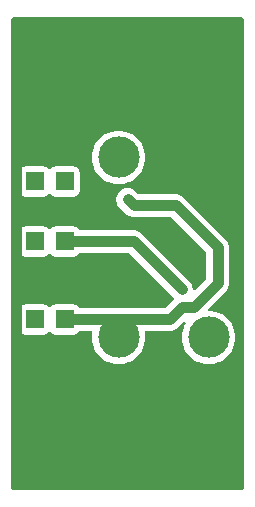
<source format=gbr>
%TF.GenerationSoftware,KiCad,Pcbnew,7.0.7-7.0.7~ubuntu23.04.1*%
%TF.CreationDate,2023-09-17T08:07:36+00:00*%
%TF.ProjectId,CLKGEN02,434c4b47-454e-4303-922e-6b696361645f,rev?*%
%TF.SameCoordinates,Original*%
%TF.FileFunction,Copper,L1,Top*%
%TF.FilePolarity,Positive*%
%FSLAX46Y46*%
G04 Gerber Fmt 4.6, Leading zero omitted, Abs format (unit mm)*
G04 Created by KiCad (PCBNEW 7.0.7-7.0.7~ubuntu23.04.1) date 2023-09-17 08:07:36*
%MOMM*%
%LPD*%
G01*
G04 APERTURE LIST*
%TA.AperFunction,ComponentPad*%
%ADD10R,1.524000X1.524000*%
%TD*%
%TA.AperFunction,ComponentPad*%
%ADD11C,6.000000*%
%TD*%
%TA.AperFunction,ComponentPad*%
%ADD12C,3.500000*%
%TD*%
%TA.AperFunction,ViaPad*%
%ADD13C,0.600000*%
%TD*%
%TA.AperFunction,ViaPad*%
%ADD14C,0.800000*%
%TD*%
%TA.AperFunction,Conductor*%
%ADD15C,0.900000*%
%TD*%
%TA.AperFunction,Conductor*%
%ADD16C,0.300000*%
%TD*%
G04 APERTURE END LIST*
D10*
%TO.P,J1,1*%
%TO.N,GND*%
X2286000Y17272000D03*
%TO.P,J1,2*%
X4826000Y17272000D03*
%TO.P,J1,3*%
%TO.N,VCC*%
X2286000Y14732000D03*
%TO.P,J1,4*%
X4826000Y14732000D03*
%TO.P,J1,5*%
%TO.N,GND*%
X2286000Y12192000D03*
%TO.P,J1,6*%
X4826000Y12192000D03*
%TD*%
%TO.P,J3,1*%
%TO.N,GND*%
X2286000Y28956000D03*
%TO.P,J3,2*%
X4826000Y28956000D03*
%TO.P,J3,3*%
%TO.N,/OUT*%
X2286000Y26416000D03*
%TO.P,J3,4*%
X4826000Y26416000D03*
%TO.P,J3,5*%
%TO.N,GND*%
X2286000Y23876000D03*
%TO.P,J3,6*%
X4826000Y23876000D03*
%TD*%
D11*
%TO.P,M1,1*%
%TO.N,GND*%
X5080000Y5080000D03*
%TD*%
%TO.P,M2,1*%
%TO.N,GND*%
X5080000Y35560000D03*
%TD*%
%TO.P,M3,1*%
%TO.N,GND*%
X15240000Y5080000D03*
%TD*%
%TO.P,M4,1*%
%TO.N,GND*%
X15240000Y35560000D03*
%TD*%
D12*
%TO.P,X9,1*%
%TO.N,/EN*%
X17018000Y13208000D03*
%TO.P,X9,2*%
%TO.N,GND*%
X17018000Y28448000D03*
%TO.P,X9,3*%
%TO.N,/OUT*%
X9398000Y28448000D03*
%TO.P,X9,4*%
%TO.N,VCC*%
X9398000Y13208000D03*
%TD*%
D10*
%TO.P,J2,1*%
%TO.N,/EN*%
X2286000Y21336000D03*
%TO.P,J2,2*%
X4826000Y21336000D03*
%TD*%
D13*
%TO.N,VCC*%
X17780000Y20828000D03*
D14*
X17780000Y20828000D03*
X10160000Y24892000D03*
%TO.N,GND*%
X6604000Y24384000D03*
%TO.N,/EN*%
X14732000Y17272000D03*
%TD*%
D15*
%TO.N,VCC*%
X13747648Y14732000D02*
X14763648Y15748000D01*
X17780000Y17780000D02*
X17780000Y20828000D01*
X15832009Y15832009D02*
X17780000Y17780000D01*
X4826000Y14732000D02*
X13747648Y14732000D01*
X10160000Y24892000D02*
X10668000Y24384000D01*
X15748000Y15748000D02*
X15832009Y15832009D01*
X14763648Y15748000D02*
X15748000Y15748000D01*
X14224000Y24384000D02*
X17780000Y20828000D01*
X10668000Y24384000D02*
X14224000Y24384000D01*
D16*
%TO.N,GND*%
X1016000Y19604000D02*
X2286000Y18334000D01*
X1016000Y17064000D02*
X1016000Y12400000D01*
X1016000Y23668000D02*
X1016000Y19604000D01*
X1016000Y12400000D02*
X1224000Y12192000D01*
X2286000Y17272000D02*
X1224000Y17272000D01*
X2286000Y28956000D02*
X1224000Y28956000D01*
D15*
X4826000Y23876000D02*
X6096000Y23876000D01*
D16*
X1224000Y17272000D02*
X1016000Y17064000D01*
D15*
X6096000Y23876000D02*
X6604000Y24384000D01*
D16*
X1016000Y28748000D02*
X1016000Y24084000D01*
X1016000Y24084000D02*
X1224000Y23876000D01*
X1224000Y23876000D02*
X2286000Y23876000D01*
X1224000Y23876000D02*
X1016000Y23668000D01*
X1224000Y12192000D02*
X2286000Y12192000D01*
X1224000Y28956000D02*
X1016000Y28748000D01*
X2286000Y18334000D02*
X2286000Y17272000D01*
D15*
%TO.N,/EN*%
X14732000Y17272000D02*
X10668000Y21336000D01*
X10668000Y21336000D02*
X4826000Y21336000D01*
%TD*%
%TA.AperFunction,Conductor*%
%TO.N,GND*%
G36*
X19932621Y40290498D02*
G01*
X19979114Y40236842D01*
X19990500Y40184500D01*
X19990500Y455500D01*
X19970498Y387379D01*
X19916842Y340886D01*
X19864500Y329500D01*
X455500Y329500D01*
X387379Y349502D01*
X340886Y403158D01*
X329500Y455500D01*
X329500Y13921350D01*
X1015500Y13921350D01*
X1022009Y13860803D01*
X1022011Y13860795D01*
X1073110Y13723797D01*
X1073112Y13723792D01*
X1160738Y13606738D01*
X1277792Y13519112D01*
X1277797Y13519110D01*
X1414795Y13468011D01*
X1414803Y13468009D01*
X1475350Y13461500D01*
X1475362Y13461500D01*
X3096649Y13461500D01*
X3157196Y13468009D01*
X3157204Y13468011D01*
X3294202Y13519110D01*
X3294207Y13519112D01*
X3411261Y13606739D01*
X3455133Y13665343D01*
X3511969Y13707889D01*
X3582784Y13712953D01*
X3645096Y13678928D01*
X3656867Y13665343D01*
X3700738Y13606739D01*
X3817792Y13519112D01*
X3817797Y13519110D01*
X3954795Y13468011D01*
X3954803Y13468009D01*
X4015350Y13461500D01*
X4015362Y13461500D01*
X5636649Y13461500D01*
X5697196Y13468009D01*
X5697204Y13468011D01*
X5834202Y13519110D01*
X5834207Y13519112D01*
X5951261Y13606738D01*
X6038300Y13723009D01*
X6095136Y13765556D01*
X6139168Y13773500D01*
X7054207Y13773500D01*
X7122328Y13753498D01*
X7168821Y13699842D01*
X7178925Y13629568D01*
X7177786Y13622918D01*
X7154018Y13503435D01*
X7154016Y13503421D01*
X7134654Y13208003D01*
X7134654Y13207996D01*
X7154016Y12912578D01*
X7154018Y12912564D01*
X7211776Y12622204D01*
X7211778Y12622194D01*
X7306938Y12341862D01*
X7306944Y12341848D01*
X7437883Y12076329D01*
X7602359Y11830172D01*
X7602364Y11830165D01*
X7602367Y11830162D01*
X7797573Y11607573D01*
X8020162Y11412367D01*
X8020165Y11412364D01*
X8020172Y11412359D01*
X8266329Y11247883D01*
X8531848Y11116944D01*
X8531862Y11116938D01*
X8812194Y11021778D01*
X8812201Y11021776D01*
X8812203Y11021776D01*
X8860818Y11012105D01*
X9102564Y10964018D01*
X9102578Y10964016D01*
X9397997Y10944654D01*
X9398000Y10944654D01*
X9398003Y10944654D01*
X9693421Y10964016D01*
X9693435Y10964018D01*
X9886566Y11002435D01*
X9983797Y11021776D01*
X9983799Y11021776D01*
X9983805Y11021778D01*
X10264137Y11116938D01*
X10264140Y11116939D01*
X10264145Y11116941D01*
X10283591Y11126531D01*
X10529670Y11247883D01*
X10775827Y11412359D01*
X10775830Y11412361D01*
X10775838Y11412367D01*
X10998427Y11607573D01*
X11193633Y11830162D01*
X11358115Y12076327D01*
X11489059Y12341855D01*
X11584224Y12622203D01*
X11641983Y12912574D01*
X11661346Y13208000D01*
X11641983Y13503426D01*
X11618214Y13622918D01*
X11624542Y13693632D01*
X11668096Y13749699D01*
X11735048Y13773319D01*
X11741793Y13773500D01*
X13735522Y13773500D01*
X13820805Y13771339D01*
X13820808Y13771339D01*
X13878519Y13781682D01*
X13883261Y13782347D01*
X13941580Y13788277D01*
X13941593Y13788280D01*
X13972771Y13798061D01*
X13980518Y13799963D01*
X14012689Y13805730D01*
X14067137Y13827480D01*
X14071638Y13829082D01*
X14095268Y13836497D01*
X14127586Y13846636D01*
X14127590Y13846638D01*
X14156161Y13862496D01*
X14163368Y13865919D01*
X14168241Y13867866D01*
X14193717Y13878041D01*
X14223586Y13897727D01*
X14242681Y13910311D01*
X14246770Y13912789D01*
X14253837Y13916711D01*
X14298032Y13941241D01*
X14322824Y13962523D01*
X14329195Y13967327D01*
X14349543Y13980739D01*
X14356488Y13985316D01*
X14356489Y13985317D01*
X14356493Y13985320D01*
X14377218Y14006046D01*
X14397957Y14026785D01*
X14401446Y14030019D01*
X14445945Y14068220D01*
X14465948Y14094062D01*
X14471217Y14100045D01*
X14855895Y14484723D01*
X14918207Y14518749D01*
X14989022Y14513684D01*
X15045858Y14471137D01*
X15070669Y14404617D01*
X15057996Y14339900D01*
X14926944Y14074151D01*
X14926938Y14074137D01*
X14831778Y13793805D01*
X14831776Y13793799D01*
X14831776Y13793797D01*
X14823760Y13753498D01*
X14774018Y13503435D01*
X14774016Y13503421D01*
X14754654Y13208003D01*
X14754654Y13207996D01*
X14774016Y12912578D01*
X14774018Y12912564D01*
X14831776Y12622204D01*
X14831778Y12622194D01*
X14926938Y12341862D01*
X14926944Y12341848D01*
X15057883Y12076329D01*
X15222359Y11830172D01*
X15222364Y11830165D01*
X15222367Y11830162D01*
X15417573Y11607573D01*
X15640162Y11412367D01*
X15640165Y11412364D01*
X15640172Y11412359D01*
X15886329Y11247883D01*
X16151848Y11116944D01*
X16151862Y11116938D01*
X16432194Y11021778D01*
X16432201Y11021776D01*
X16432203Y11021776D01*
X16480818Y11012105D01*
X16722564Y10964018D01*
X16722578Y10964016D01*
X17017997Y10944654D01*
X17018000Y10944654D01*
X17018003Y10944654D01*
X17313421Y10964016D01*
X17313435Y10964018D01*
X17506566Y11002435D01*
X17603797Y11021776D01*
X17603799Y11021776D01*
X17603805Y11021778D01*
X17884137Y11116938D01*
X17884140Y11116939D01*
X17884145Y11116941D01*
X17903591Y11126531D01*
X18149670Y11247883D01*
X18395827Y11412359D01*
X18395830Y11412361D01*
X18395838Y11412367D01*
X18618427Y11607573D01*
X18813633Y11830162D01*
X18978115Y12076327D01*
X19109059Y12341855D01*
X19204224Y12622203D01*
X19261983Y12912574D01*
X19281346Y13208000D01*
X19261983Y13503426D01*
X19204224Y13793797D01*
X19109059Y14074145D01*
X18978115Y14339673D01*
X18813633Y14585838D01*
X18618427Y14808427D01*
X18395838Y15003633D01*
X18149673Y15168115D01*
X17884145Y15299059D01*
X17603797Y15394224D01*
X17313426Y15451983D01*
X17116117Y15464915D01*
X17049452Y15489329D01*
X17006567Y15545911D01*
X17001081Y15616695D01*
X17034735Y15679209D01*
X17035264Y15679740D01*
X18449195Y17093671D01*
X18511020Y17152440D01*
X18544515Y17200563D01*
X18547382Y17204367D01*
X18571664Y17234146D01*
X18584448Y17249824D01*
X18591386Y17263107D01*
X18599578Y17278791D01*
X18603712Y17285615D01*
X18622383Y17312439D01*
X18645512Y17366339D01*
X18647550Y17370631D01*
X18665022Y17404078D01*
X18674702Y17422608D01*
X18674703Y17422611D01*
X18683694Y17454035D01*
X18686366Y17461538D01*
X18699259Y17491581D01*
X18711066Y17549035D01*
X18712205Y17553674D01*
X18728331Y17610029D01*
X18730812Y17642607D01*
X18731921Y17650513D01*
X18738500Y17682529D01*
X18738500Y17741163D01*
X18738682Y17745949D01*
X18743134Y17804407D01*
X18739004Y17836832D01*
X18738500Y17844788D01*
X18738500Y20815891D01*
X18740661Y20901158D01*
X18730318Y20958866D01*
X18729653Y20963609D01*
X18727617Y20983624D01*
X18723721Y21021940D01*
X18719819Y21034373D01*
X18713937Y21053123D01*
X18712033Y21060880D01*
X18706271Y21093032D01*
X18706270Y21093039D01*
X18684511Y21147510D01*
X18682920Y21151980D01*
X18665363Y21207939D01*
X18649501Y21236513D01*
X18646083Y21243710D01*
X18633957Y21274072D01*
X18601674Y21323053D01*
X18599227Y21327093D01*
X18570759Y21378384D01*
X18549468Y21403182D01*
X18544673Y21409541D01*
X18526683Y21436840D01*
X18485213Y21478308D01*
X18481982Y21481796D01*
X18479524Y21484658D01*
X18443780Y21526297D01*
X18417918Y21546314D01*
X18411958Y21551563D01*
X14910329Y25053194D01*
X14851560Y25115020D01*
X14819074Y25137630D01*
X14803432Y25148518D01*
X14799632Y25151382D01*
X14754175Y25188448D01*
X14725196Y25203584D01*
X14718392Y25207706D01*
X14691561Y25226383D01*
X14637659Y25249512D01*
X14633371Y25251549D01*
X14581389Y25278704D01*
X14549965Y25287694D01*
X14542452Y25290370D01*
X14512419Y25303259D01*
X14512415Y25303259D01*
X14512415Y25303260D01*
X14512416Y25303260D01*
X14480921Y25309731D01*
X14454973Y25315063D01*
X14450351Y25316198D01*
X14393971Y25332331D01*
X14361378Y25334813D01*
X14353495Y25335918D01*
X14321470Y25342500D01*
X14321466Y25342500D01*
X14262836Y25342500D01*
X14258054Y25342681D01*
X14199593Y25347134D01*
X14167168Y25343004D01*
X14159211Y25342500D01*
X11117214Y25342500D01*
X11049093Y25362502D01*
X11028123Y25379400D01*
X10803391Y25604133D01*
X10690175Y25696448D01*
X10517389Y25786704D01*
X10329971Y25840331D01*
X10135593Y25855134D01*
X10135585Y25855133D01*
X10135583Y25855133D01*
X9942223Y25830506D01*
X9942222Y25830505D01*
X9942216Y25830505D01*
X9757754Y25767455D01*
X9589760Y25668562D01*
X9589758Y25668560D01*
X9445114Y25537879D01*
X9445111Y25537876D01*
X9329734Y25380755D01*
X9329732Y25380752D01*
X9248343Y25203614D01*
X9204277Y25013719D01*
X9199339Y24818841D01*
X9199339Y24818840D01*
X9233731Y24626955D01*
X9306041Y24445933D01*
X9306043Y24445929D01*
X9413316Y24283160D01*
X9413318Y24283157D01*
X9981671Y23714804D01*
X10040443Y23652976D01*
X10088559Y23619485D01*
X10092380Y23616605D01*
X10137817Y23579557D01*
X10137828Y23579550D01*
X10166789Y23564422D01*
X10173613Y23560287D01*
X10200435Y23541619D01*
X10200444Y23541614D01*
X10254323Y23518492D01*
X10258646Y23516439D01*
X10310609Y23489297D01*
X10310614Y23489295D01*
X10342025Y23480307D01*
X10349541Y23477631D01*
X10379581Y23464741D01*
X10437012Y23452937D01*
X10441659Y23451797D01*
X10498032Y23435668D01*
X10530617Y23433186D01*
X10538513Y23432078D01*
X10570530Y23425500D01*
X10629164Y23425500D01*
X10633945Y23425318D01*
X10664302Y23423006D01*
X10692405Y23420866D01*
X10692407Y23420866D01*
X10692411Y23420866D01*
X10705405Y23422521D01*
X10724831Y23424995D01*
X10732789Y23425500D01*
X13774786Y23425500D01*
X13842907Y23405498D01*
X13863881Y23388595D01*
X16784595Y20467881D01*
X16818621Y20405569D01*
X16821500Y20378786D01*
X16821499Y18229213D01*
X16801497Y18161092D01*
X16784594Y18140118D01*
X15907583Y17263107D01*
X15845271Y17229081D01*
X15774456Y17234146D01*
X15717620Y17276693D01*
X15694241Y17338948D01*
X15693788Y17338867D01*
X15693346Y17341331D01*
X15692850Y17342653D01*
X15692660Y17345134D01*
X15692661Y17345157D01*
X15658270Y17537039D01*
X15585957Y17718071D01*
X15478684Y17880840D01*
X11354328Y22005195D01*
X11295560Y22067020D01*
X11263074Y22089630D01*
X11247432Y22100518D01*
X11243632Y22103382D01*
X11198175Y22140448D01*
X11169196Y22155584D01*
X11162392Y22159706D01*
X11135561Y22178383D01*
X11081659Y22201512D01*
X11077371Y22203549D01*
X11025389Y22230704D01*
X10993965Y22239694D01*
X10986452Y22242370D01*
X10956419Y22255259D01*
X10956415Y22255259D01*
X10956415Y22255260D01*
X10956416Y22255260D01*
X10924921Y22261731D01*
X10898973Y22267063D01*
X10894351Y22268198D01*
X10837971Y22284331D01*
X10805378Y22286813D01*
X10797495Y22287918D01*
X10765470Y22294500D01*
X10765466Y22294500D01*
X10706836Y22294500D01*
X10702054Y22294681D01*
X10643593Y22299134D01*
X10611168Y22295004D01*
X10603211Y22294500D01*
X6139168Y22294500D01*
X6071047Y22314502D01*
X6038300Y22344991D01*
X5951261Y22461261D01*
X5834207Y22548887D01*
X5834206Y22548887D01*
X5834204Y22548889D01*
X5697201Y22599989D01*
X5697199Y22599989D01*
X5697196Y22599990D01*
X5636649Y22606499D01*
X5636645Y22606499D01*
X5636638Y22606500D01*
X4015362Y22606500D01*
X4015355Y22606499D01*
X4015350Y22606499D01*
X3954803Y22599990D01*
X3954795Y22599988D01*
X3876875Y22570924D01*
X3817796Y22548889D01*
X3817794Y22548888D01*
X3817792Y22548887D01*
X3700738Y22461261D01*
X3656868Y22402657D01*
X3600032Y22360110D01*
X3529216Y22355046D01*
X3466904Y22389071D01*
X3455132Y22402657D01*
X3411261Y22461261D01*
X3294207Y22548887D01*
X3294206Y22548887D01*
X3294204Y22548889D01*
X3157201Y22599989D01*
X3157199Y22599989D01*
X3157196Y22599990D01*
X3096649Y22606499D01*
X3096645Y22606499D01*
X3096638Y22606500D01*
X1475362Y22606500D01*
X1475355Y22606499D01*
X1475350Y22606499D01*
X1414803Y22599990D01*
X1414795Y22599988D01*
X1336875Y22570924D01*
X1277796Y22548889D01*
X1277794Y22548888D01*
X1277792Y22548887D01*
X1160738Y22461261D01*
X1073112Y22344207D01*
X1073110Y22344202D01*
X1022011Y22207204D01*
X1022009Y22207196D01*
X1015500Y22146649D01*
X1015500Y20525350D01*
X1022009Y20464803D01*
X1022011Y20464795D01*
X1073110Y20327797D01*
X1073112Y20327792D01*
X1160738Y20210738D01*
X1277792Y20123112D01*
X1277797Y20123110D01*
X1414795Y20072011D01*
X1414803Y20072009D01*
X1475350Y20065500D01*
X1475362Y20065500D01*
X3096649Y20065500D01*
X3157196Y20072009D01*
X3157204Y20072011D01*
X3294202Y20123110D01*
X3294207Y20123112D01*
X3411261Y20210739D01*
X3455133Y20269343D01*
X3511969Y20311889D01*
X3582784Y20316953D01*
X3645096Y20282928D01*
X3656867Y20269343D01*
X3700738Y20210739D01*
X3817792Y20123112D01*
X3817797Y20123110D01*
X3954795Y20072011D01*
X3954803Y20072009D01*
X4015350Y20065500D01*
X4015362Y20065500D01*
X5636649Y20065500D01*
X5697196Y20072009D01*
X5697204Y20072011D01*
X5834202Y20123110D01*
X5834207Y20123112D01*
X5951261Y20210738D01*
X6038300Y20327009D01*
X6095136Y20369556D01*
X6139168Y20377500D01*
X10218786Y20377500D01*
X10286907Y20357498D01*
X10307881Y20340595D01*
X14061986Y16586488D01*
X14096012Y16524176D01*
X14090947Y16453360D01*
X14068489Y16417428D01*
X14069262Y16416831D01*
X14065354Y16411782D01*
X14065351Y16411780D01*
X14045341Y16385930D01*
X14040077Y16379953D01*
X13662624Y16002500D01*
X13387529Y15727405D01*
X13325217Y15693379D01*
X13298434Y15690500D01*
X6139168Y15690500D01*
X6071047Y15710502D01*
X6038300Y15740991D01*
X5951261Y15857261D01*
X5834207Y15944887D01*
X5834206Y15944887D01*
X5834204Y15944889D01*
X5697201Y15995989D01*
X5697199Y15995989D01*
X5697196Y15995990D01*
X5636649Y16002499D01*
X5636645Y16002499D01*
X5636638Y16002500D01*
X4015362Y16002500D01*
X4015355Y16002499D01*
X4015350Y16002499D01*
X3954803Y15995990D01*
X3954795Y15995988D01*
X3876875Y15966924D01*
X3817796Y15944889D01*
X3817794Y15944888D01*
X3817792Y15944887D01*
X3700738Y15857261D01*
X3656868Y15798657D01*
X3600032Y15756110D01*
X3529216Y15751046D01*
X3466904Y15785071D01*
X3455132Y15798657D01*
X3411261Y15857261D01*
X3294207Y15944887D01*
X3294206Y15944887D01*
X3294204Y15944889D01*
X3157201Y15995989D01*
X3157199Y15995989D01*
X3157196Y15995990D01*
X3096649Y16002499D01*
X3096645Y16002499D01*
X3096638Y16002500D01*
X1475362Y16002500D01*
X1475355Y16002499D01*
X1475350Y16002499D01*
X1414803Y15995990D01*
X1414795Y15995988D01*
X1336875Y15966924D01*
X1277796Y15944889D01*
X1277794Y15944888D01*
X1277792Y15944887D01*
X1160738Y15857261D01*
X1073112Y15740207D01*
X1073110Y15740202D01*
X1022011Y15603204D01*
X1022009Y15603196D01*
X1015500Y15542649D01*
X1015500Y13921350D01*
X329500Y13921350D01*
X329500Y25605350D01*
X1015500Y25605350D01*
X1022009Y25544803D01*
X1022011Y25544795D01*
X1073110Y25407797D01*
X1073112Y25407792D01*
X1160738Y25290738D01*
X1277792Y25203112D01*
X1277797Y25203110D01*
X1414795Y25152011D01*
X1414803Y25152009D01*
X1475350Y25145500D01*
X1475362Y25145500D01*
X3096649Y25145500D01*
X3157196Y25152009D01*
X3157204Y25152011D01*
X3294202Y25203110D01*
X3294207Y25203112D01*
X3411261Y25290739D01*
X3455133Y25349343D01*
X3511969Y25391889D01*
X3582784Y25396953D01*
X3645096Y25362928D01*
X3656867Y25349343D01*
X3700738Y25290739D01*
X3817792Y25203112D01*
X3817797Y25203110D01*
X3954795Y25152011D01*
X3954803Y25152009D01*
X4015350Y25145500D01*
X4015362Y25145500D01*
X5636649Y25145500D01*
X5697196Y25152009D01*
X5697204Y25152011D01*
X5834202Y25203110D01*
X5834207Y25203112D01*
X5951261Y25290738D01*
X6038887Y25407792D01*
X6038889Y25407797D01*
X6089988Y25544795D01*
X6089990Y25544803D01*
X6096499Y25605350D01*
X6096500Y25605367D01*
X6096500Y27226632D01*
X6096499Y27226649D01*
X6089990Y27287196D01*
X6089988Y27287204D01*
X6079125Y27316329D01*
X6038889Y27424204D01*
X5951261Y27541261D01*
X5834204Y27628889D01*
X5697201Y27679989D01*
X5697199Y27679989D01*
X5697196Y27679990D01*
X5636649Y27686499D01*
X5636645Y27686499D01*
X5636638Y27686500D01*
X4015362Y27686500D01*
X4015355Y27686499D01*
X4015350Y27686499D01*
X3954803Y27679990D01*
X3954795Y27679988D01*
X3876875Y27650924D01*
X3817796Y27628889D01*
X3817794Y27628888D01*
X3817792Y27628887D01*
X3700738Y27541261D01*
X3656868Y27482657D01*
X3600032Y27440110D01*
X3529216Y27435046D01*
X3466904Y27469071D01*
X3455132Y27482657D01*
X3411261Y27541261D01*
X3294207Y27628887D01*
X3294206Y27628887D01*
X3294204Y27628889D01*
X3157201Y27679989D01*
X3157199Y27679989D01*
X3157196Y27679990D01*
X3096649Y27686499D01*
X3096645Y27686499D01*
X3096638Y27686500D01*
X1475362Y27686500D01*
X1475355Y27686499D01*
X1475350Y27686499D01*
X1414803Y27679990D01*
X1414795Y27679988D01*
X1336875Y27650924D01*
X1277796Y27628889D01*
X1277794Y27628888D01*
X1277792Y27628887D01*
X1160738Y27541261D01*
X1073112Y27424207D01*
X1073110Y27424202D01*
X1022011Y27287204D01*
X1022009Y27287196D01*
X1015500Y27226649D01*
X1015500Y25605350D01*
X329500Y25605350D01*
X329500Y28447996D01*
X7134654Y28447996D01*
X7154016Y28152578D01*
X7154018Y28152564D01*
X7211776Y27862204D01*
X7211778Y27862194D01*
X7306938Y27581862D01*
X7306944Y27581848D01*
X7437883Y27316329D01*
X7602359Y27070172D01*
X7602364Y27070165D01*
X7602367Y27070162D01*
X7797573Y26847573D01*
X8020162Y26652367D01*
X8020165Y26652364D01*
X8020172Y26652359D01*
X8266329Y26487883D01*
X8531848Y26356944D01*
X8531862Y26356938D01*
X8812194Y26261778D01*
X8812201Y26261776D01*
X8812203Y26261776D01*
X8860818Y26252105D01*
X9102564Y26204018D01*
X9102578Y26204016D01*
X9397997Y26184654D01*
X9398000Y26184654D01*
X9398003Y26184654D01*
X9693421Y26204016D01*
X9693435Y26204018D01*
X9886566Y26242435D01*
X9983797Y26261776D01*
X9983799Y26261776D01*
X9983805Y26261778D01*
X10264137Y26356938D01*
X10264140Y26356939D01*
X10264145Y26356941D01*
X10283591Y26366531D01*
X10529670Y26487883D01*
X10775827Y26652359D01*
X10775830Y26652361D01*
X10775838Y26652367D01*
X10998427Y26847573D01*
X11193633Y27070162D01*
X11358115Y27316327D01*
X11489059Y27581855D01*
X11584224Y27862203D01*
X11641983Y28152574D01*
X11661346Y28448000D01*
X11641983Y28743426D01*
X11584224Y29033797D01*
X11489059Y29314145D01*
X11358115Y29579673D01*
X11193633Y29825838D01*
X10998427Y30048427D01*
X10775838Y30243633D01*
X10529673Y30408115D01*
X10264145Y30539059D01*
X9983797Y30634224D01*
X9693426Y30691983D01*
X9508784Y30704084D01*
X9398003Y30711346D01*
X9397997Y30711346D01*
X9271388Y30703047D01*
X9102574Y30691983D01*
X8812203Y30634224D01*
X8531855Y30539059D01*
X8266327Y30408115D01*
X8020162Y30243633D01*
X7797573Y30048427D01*
X7602367Y29825838D01*
X7602361Y29825830D01*
X7602359Y29825827D01*
X7437883Y29579670D01*
X7306944Y29314151D01*
X7306938Y29314137D01*
X7211778Y29033805D01*
X7211776Y29033795D01*
X7154018Y28743435D01*
X7154016Y28743421D01*
X7134654Y28448003D01*
X7134654Y28447996D01*
X329500Y28447996D01*
X329500Y40184500D01*
X349502Y40252621D01*
X403158Y40299114D01*
X455500Y40310500D01*
X19864500Y40310500D01*
X19932621Y40290498D01*
G37*
%TD.AperFunction*%
%TD*%
M02*

</source>
